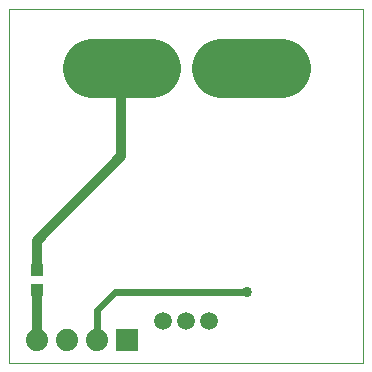
<source format=gtl>
G75*
%MOIN*%
%OFA0B0*%
%FSLAX25Y25*%
%IPPOS*%
%LPD*%
%AMOC8*
5,1,8,0,0,1.08239X$1,22.5*
%
%ADD10C,0.00000*%
%ADD11C,0.19685*%
%ADD12C,0.15748*%
%ADD13C,0.05906*%
%ADD14R,0.07400X0.07400*%
%ADD15C,0.07400*%
%ADD16R,0.03937X0.04331*%
%ADD17C,0.03569*%
%ADD18C,0.03200*%
%ADD19C,0.03372*%
%ADD20C,0.02400*%
D10*
X0121110Y0018748D02*
X0121110Y0136858D01*
X0239220Y0136858D01*
X0239220Y0018748D01*
X0121110Y0018748D01*
D11*
X0148669Y0117173D02*
X0168354Y0117173D01*
X0191976Y0117173D02*
X0211661Y0117173D01*
D12*
X0207724Y0117173D02*
X0191976Y0117173D01*
X0168354Y0117173D02*
X0152606Y0117173D01*
D13*
X0172646Y0032921D03*
X0180165Y0032921D03*
X0187685Y0032921D03*
D14*
X0160480Y0026622D03*
D15*
X0150480Y0026622D03*
X0140480Y0026622D03*
X0130480Y0026622D03*
D16*
X0130480Y0042961D03*
X0130480Y0049654D03*
D17*
X0152606Y0109299D03*
X0147882Y0110874D03*
X0145126Y0114811D03*
X0145126Y0119535D03*
X0147882Y0123472D03*
X0152606Y0125047D03*
X0158118Y0125047D03*
X0163236Y0125047D03*
X0168354Y0125047D03*
X0173079Y0123472D03*
X0175835Y0119535D03*
X0184496Y0119535D03*
X0184496Y0114811D03*
X0187252Y0110874D03*
X0191976Y0109299D03*
X0197488Y0109299D03*
X0202606Y0109299D03*
X0207724Y0109299D03*
X0212449Y0110874D03*
X0215205Y0114811D03*
X0215205Y0119535D03*
X0212449Y0123472D03*
X0207724Y0125047D03*
X0202606Y0125047D03*
X0197488Y0125047D03*
X0191976Y0125047D03*
X0187252Y0123472D03*
X0175835Y0114811D03*
X0173079Y0110874D03*
X0168354Y0109299D03*
X0163236Y0109299D03*
X0158118Y0109299D03*
D18*
X0158512Y0108906D01*
X0158512Y0087646D01*
X0130480Y0059614D01*
X0130480Y0049654D01*
X0130480Y0042961D02*
X0130480Y0026622D01*
D19*
X0200638Y0042370D03*
D20*
X0156543Y0042370D01*
X0150480Y0036307D01*
X0150480Y0026622D01*
M02*

</source>
